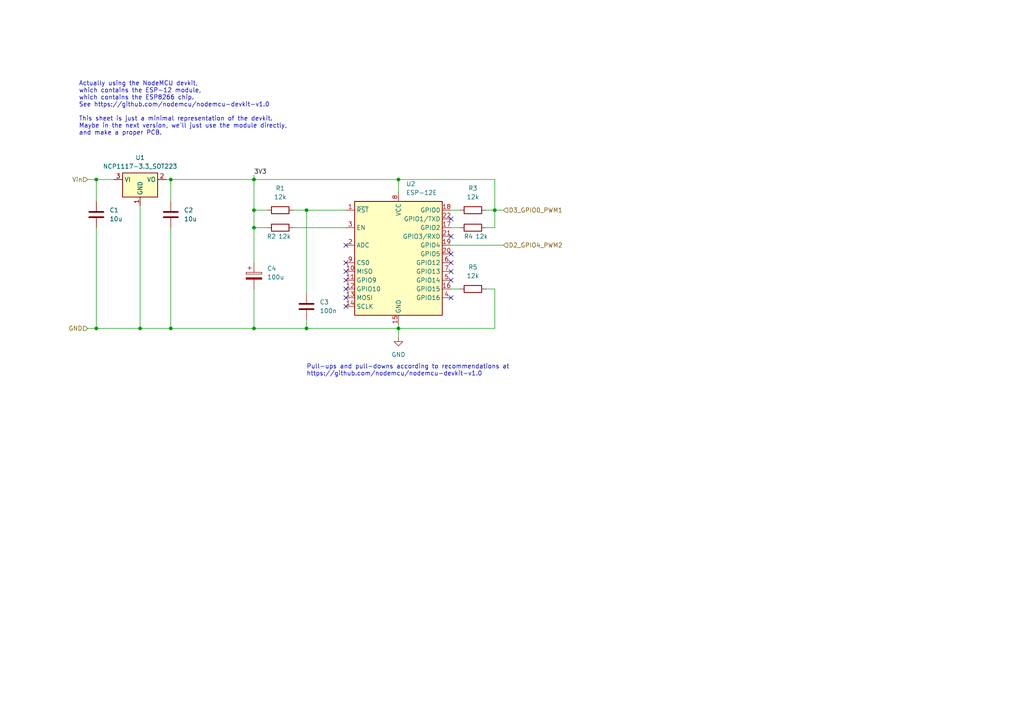
<source format=kicad_sch>
(kicad_sch (version 20230121) (generator eeschema)
  (paper "A4")
  (lib_symbols
    (symbol "Device:C" (pin_numbers hide) (pin_names (offset 0.254))
      (property "Reference" "C" (at 0.635 2.54 0))
      (property "Value" "C" (at 0.635 -2.54 0))
      (symbol "C_0_1"
        (polyline (pts (xy -2.032 -0.762) (xy 2.032 -0.762)) (stroke (width 0.508)))
        (polyline (pts (xy -2.032 0.762) (xy 2.032 0.762)) (stroke (width 0.508)))
      )
      (symbol "C_1_1"
        (pin passive line (at 0 3.81 270) (length 2.794) (name "~") (number "1"))
        (pin passive line (at 0 -3.81 90) (length 2.794) (name "~") (number "2"))
      )
    )
    (symbol "Device:C_Polarized" (pin_numbers hide) (pin_names (offset 0.254))
      (property "Reference" "C" (at 0.635 2.54 0))
      (property "Value" "C_Polarized" (at 0.635 -2.54 0))
      (symbol "C_Polarized_0_1"
        (rectangle (start -2.286 0.508) (end 2.286 1.016))
        (polyline (pts (xy -1.778 2.286) (xy -0.762 2.286)))
        (polyline (pts (xy -1.27 2.794) (xy -1.27 1.778)))
        (rectangle (start 2.286 -0.508) (end -2.286 -1.016) (fill (type outline)))
      )
      (symbol "C_Polarized_1_1"
        (pin passive line (at 0 3.81 270) (length 2.794) (name "~") (number "1"))
        (pin passive line (at 0 -3.81 90) (length 2.794) (name "~") (number "2"))
      )
    )
    (symbol "Device:R" (pin_numbers hide) (pin_names (offset 0))
      (property "Reference" "R" (at 2.032 0 90))
      (property "Value" "R" (at 0 0 90))
      (symbol "R_0_1"
        (rectangle (start -1.016 -2.54) (end 1.016 2.54) (stroke (width 0.254)))
      )
      (symbol "R_1_1"
        (pin passive line (at 0 3.81 270) (length 1.27) (name "~") (number "1"))
        (pin passive line (at 0 -3.81 90) (length 1.27) (name "~") (number "2"))
      )
    )
    (symbol "RF_Module:ESP-12E"
      (property "Reference" "U" (at -12.7 19.05 0))
      (property "Value" "ESP-12E" (at 12.7 19.05 0))
      (symbol "ESP-12E_0_1"
        (rectangle (start -12.7 17.78) (end 12.7 -15.24) (stroke (width 0.254)) (fill (type background)))
      )
      (symbol "ESP-12E_1_1"
        (pin input line (at -15.24 15.24 0) (length 2.54) (name "~{RST}") (number "1"))
        (pin bidirectional line (at -15.24 -2.54 0) (length 2.54) (name "MISO") (number "10"))
        (pin bidirectional line (at -15.24 -5.08 0) (length 2.54) (name "GPIO9") (number "11"))
        (pin bidirectional line (at -15.24 -7.62 0) (length 2.54) (name "GPIO10") (number "12"))
        (pin bidirectional line (at -15.24 -10.16 0) (length 2.54) (name "MOSI") (number "13"))
        (pin bidirectional line (at -15.24 -12.7 0) (length 2.54) (name "SCLK") (number "14"))
        (pin power_in line (at 0 -17.78 90) (length 2.54) (name "GND") (number "15"))
        (pin bidirectional line (at 15.24 -7.62 180) (length 2.54) (name "GPIO15") (number "16"))
        (pin bidirectional line (at 15.24 10.16 180) (length 2.54) (name "GPIO2") (number "17"))
        (pin bidirectional line (at 15.24 15.24 180) (length 2.54) (name "GPIO0") (number "18"))
        (pin bidirectional line (at 15.24 5.08 180) (length 2.54) (name "GPIO4") (number "19"))
        (pin input line (at -15.24 5.08 0) (length 2.54) (name "ADC") (number "2"))
        (pin bidirectional line (at 15.24 2.54 180) (length 2.54) (name "GPIO5") (number "20"))
        (pin bidirectional line (at 15.24 7.62 180) (length 2.54) (name "GPIO3/RXD") (number "21"))
        (pin bidirectional line (at 15.24 12.7 180) (length 2.54) (name "GPIO1/TXD") (number "22"))
        (pin input line (at -15.24 10.16 0) (length 2.54) (name "EN") (number "3"))
        (pin bidirectional line (at 15.24 -10.16 180) (length 2.54) (name "GPIO16") (number "4"))
        (pin bidirectional line (at 15.24 -5.08 180) (length 2.54) (name "GPIO14") (number "5"))
        (pin bidirectional line (at 15.24 0 180) (length 2.54) (name "GPIO12") (number "6"))
        (pin bidirectional line (at 15.24 -2.54 180) (length 2.54) (name "GPIO13") (number "7"))
        (pin power_in line (at 0 20.32 270) (length 2.54) (name "VCC") (number "8"))
        (pin input line (at -15.24 0 0) (length 2.54) (name "CS0") (number "9"))
      )
    )
    (symbol "Regulator_Linear:NCP1117-3.3_SOT223"
      (property "Reference" "U" (at -3.81 3.175 0))
      (property "Value" "NCP1117-3.3_SOT223" (at 0 3.175 0))
      (symbol "NCP1117-3.3_SOT223_0_1"
        (rectangle (start -5.08 -5.08) (end 5.08 1.905) (stroke (width 0.254)) (fill (type background)))
      )
      (symbol "NCP1117-3.3_SOT223_1_1"
        (pin power_in line (at 0 -7.62 90) (length 2.54) (name "GND") (number "1"))
        (pin power_out line (at 7.62 0 180) (length 2.54) (name "VO") (number "2"))
        (pin power_in line (at -7.62 0 0) (length 2.54) (name "VI") (number "3"))
      )
    )
    (symbol "power:GND" (power) (pin_names (offset 0))
      (property "Value" "GND" (at 0 -3.81 0))
      (symbol "GND_0_1"
        (polyline (pts (xy 0 0) (xy 0 -1.27) (xy 1.27 -1.27) (xy 0 -2.54) (xy -1.27 -1.27) (xy 0 -1.27)))
      )
      (symbol "GND_1_1"
        (pin power_in line (at 0 0 270) (length 0) hide (name "GND") (number "1"))
      )
    )
  )
  (junction (at 115.57 95.25))
  (junction (at 73.66 95.25))
  (junction (at 88.9 60.96))
  (junction (at 73.66 66.04))
  (junction (at 40.64 95.25))
  (junction (at 49.53 52.07))
  (junction (at 73.66 60.96))
  (junction (at 115.57 52.07))
  (junction (at 143.51 60.96))
  (junction (at 73.66 52.07))
  (junction (at 49.53 95.25))
  (junction (at 27.94 95.25))
  (junction (at 27.94 52.07))
  (junction (at 88.9 95.25))
  (no_connect (at 130.81 81.28))
  (no_connect (at 100.33 78.74))
  (no_connect (at 130.81 63.5))
  (no_connect (at 100.33 86.36))
  (no_connect (at 100.33 88.9))
  (no_connect (at 130.81 86.36))
  (no_connect (at 130.81 76.2))
  (no_connect (at 100.33 81.28))
  (no_connect (at 130.81 73.66))
  (no_connect (at 130.81 78.74))
  (no_connect (at 130.81 68.58))
  (no_connect (at 100.33 71.12))
  (no_connect (at 100.33 76.2))
  (no_connect (at 100.33 83.82))
  (wire (pts (xy 115.57 52.07) (xy 73.66 52.07)))
  (wire (pts (xy 73.66 50.8) (xy 73.66 52.07)))
  (wire (pts (xy 140.97 66.04) (xy 143.51 66.04)))
  (wire (pts (xy 115.57 95.25) (xy 115.57 97.79)))
  (wire (pts (xy 73.66 95.25) (xy 88.9 95.25)))
  (wire (pts (xy 33.02 52.07) (xy 27.94 52.07)))
  (wire (pts (xy 143.51 52.07) (xy 115.57 52.07)))
  (wire (pts (xy 143.51 60.96) (xy 146.05 60.96)))
  (wire (pts (xy 115.57 52.07) (xy 115.57 55.88)))
  (wire (pts (xy 49.53 52.07) (xy 49.53 58.42)))
  (wire (pts (xy 73.66 83.82) (xy 73.66 95.25)))
  (wire (pts (xy 73.66 60.96) (xy 73.66 52.07)))
  (wire (pts (xy 130.81 71.12) (xy 146.05 71.12)))
  (wire (pts (xy 85.09 60.96) (xy 88.9 60.96)))
  (wire (pts (xy 85.09 66.04) (xy 100.33 66.04)))
  (wire (pts (xy 140.97 83.82) (xy 143.51 83.82)))
  (wire (pts (xy 25.4 52.07) (xy 27.94 52.07)))
  (wire (pts (xy 49.53 52.07) (xy 48.26 52.07)))
  (wire (pts (xy 73.66 76.2) (xy 73.66 66.04)))
  (wire (pts (xy 115.57 93.98) (xy 115.57 95.25)))
  (wire (pts (xy 27.94 52.07) (xy 27.94 58.42)))
  (wire (pts (xy 143.51 52.07) (xy 143.51 60.96)))
  (wire (pts (xy 130.81 60.96) (xy 133.35 60.96)))
  (wire (pts (xy 130.81 66.04) (xy 133.35 66.04)))
  (wire (pts (xy 49.53 95.25) (xy 73.66 95.25)))
  (wire (pts (xy 73.66 60.96) (xy 77.47 60.96)))
  (wire (pts (xy 49.53 52.07) (xy 73.66 52.07)))
  (wire (pts (xy 49.53 95.25) (xy 49.53 66.04)))
  (wire (pts (xy 88.9 60.96) (xy 100.33 60.96)))
  (wire (pts (xy 88.9 92.71) (xy 88.9 95.25)))
  (wire (pts (xy 88.9 60.96) (xy 88.9 85.09)))
  (wire (pts (xy 88.9 95.25) (xy 115.57 95.25)))
  (wire (pts (xy 143.51 60.96) (xy 143.51 66.04)))
  (wire (pts (xy 40.64 95.25) (xy 49.53 95.25)))
  (wire (pts (xy 73.66 60.96) (xy 73.66 66.04)))
  (wire (pts (xy 143.51 95.25) (xy 115.57 95.25)))
  (wire (pts (xy 40.64 59.69) (xy 40.64 95.25)))
  (wire (pts (xy 140.97 60.96) (xy 143.51 60.96)))
  (wire (pts (xy 130.81 83.82) (xy 133.35 83.82)))
  (wire (pts (xy 73.66 66.04) (xy 77.47 66.04)))
  (wire (pts (xy 143.51 83.82) (xy 143.51 95.25)))
  (wire (pts (xy 25.4 95.25) (xy 27.94 95.25)))
  (wire (pts (xy 27.94 95.25) (xy 40.64 95.25)))
  (wire (pts (xy 27.94 95.25) (xy 27.94 66.04)))
  (text "Actually using the NodeMCU devkit,\nwhich contains the ESP-12 module,\nwhich contains the ESP8266 chip.\nSee https://github.com/nodemcu/nodemcu-devkit-v1.0\n\nThis sheet is just a minimal representation of the devkit.\nMaybe in the next version, we'll just use the module directly,\nand make a proper PCB." (at 22.86 39.37 0) (effects (font (size 1.27 1.27)) (justify left bottom)))
  (text "Pull-ups and pull-downs according to recommendations at\nhttps://github.com/nodemcu/nodemcu-devkit-v1.0" (at 88.9 109.22 0) (effects (font (size 1.27 1.27)) (justify left bottom)))
  (label "3V3" (at 73.66 50.8 0))
  (hierarchical_label "GND" (shape input) (at 25.4 95.25 180))
  (hierarchical_label "Vin" (shape input) (at 25.4 52.07 180))
  (hierarchical_label "D2_GPIO4_PWM2" (shape input) (at 146.05 71.12 0))
  (hierarchical_label "D3_GPIO0_PWM1" (shape input) (at 146.05 60.96 0))
  (symbol (lib_id "Device:C") (at 88.9 88.9 180) (unit 1)
    (property "Reference" "C3" (at 92.71 87.63 0) (effects (justify right)))
    (property "Value" "100n" (at 92.71 90.17 0) (effects (justify right)))
  )
  (symbol (lib_id "Device:R") (at 137.16 66.04 90) (unit 1)
    (property "Reference" "R4" (at 135.89 68.58 90))
    (property "Value" "12k" (at 139.7 68.58 90))
  )
  (symbol (lib_id "power:GND") (at 115.57 97.79 0) (unit 1)
    (property "Reference" "#PWR02" (effects hide))
    (property "Value" "GND" (at 115.57 102.87 0))
  )
  (symbol (lib_id "Device:C") (at 49.53 62.23 0) (unit 1)
    (property "Reference" "C2" (at 53.34 60.96 0) (effects (justify left)))
    (property "Value" "10u" (at 53.34 63.5 0) (effects (justify left)))
  )
  (symbol (lib_id "Device:C_Polarized") (at 73.66 80.01 0) (unit 1)
    (property "Reference" "C4" (at 77.47 77.851 0) (effects (justify left)))
    (property "Value" "100u" (at 77.47 80.391 0) (effects (justify left)))
  )
  (symbol (lib_id "Device:R") (at 81.28 60.96 90) (unit 1)
    (property "Reference" "R1" (at 81.28 54.61 90))
    (property "Value" "12k" (at 81.28 57.15 90))
  )
  (symbol (lib_id "Device:C") (at 27.94 62.23 0) (unit 1)
    (property "Reference" "C1" (at 31.75 60.96 0) (effects (justify left)))
    (property "Value" "10u" (at 31.75 63.5 0) (effects (justify left)))
  )
  (symbol (lib_id "Device:R") (at 81.28 66.04 90) (unit 1)
    (property "Reference" "R2" (at 78.74 68.58 90))
    (property "Value" "12k" (at 82.55 68.58 90))
  )
  (symbol (lib_id "RF_Module:ESP-12E") (at 115.57 76.2 0) (unit 1)
    (property "Reference" "U2" (at 117.7641 53.34 0) (effects (justify left)))
    (property "Value" "ESP-12E" (at 117.7641 55.88 0) (effects (justify left)))
    (property "Footprint" "RF_Module:ESP-12E" (effects hide))
    (property "Datasheet" "http://wiki.ai-thinker.com/_media/esp8266/esp8266_series_modules_user_manual_v1.1.pdf" (effects hide))
  )
  (symbol (lib_id "Device:R") (at 137.16 60.96 90) (unit 1)
    (property "Reference" "R3" (at 137.16 54.61 90))
    (property "Value" "12k" (at 137.16 57.15 90))
  )
  (symbol (lib_id "Device:R") (at 137.16 83.82 90) (unit 1)
    (property "Reference" "R5" (at 137.16 77.47 90))
    (property "Value" "12k" (at 137.16 80.01 90))
  )
  (symbol (lib_id "Regulator_Linear:NCP1117-3.3_SOT223") (at 40.64 52.07 0) (unit 1)
    (property "Reference" "U1" (at 40.64 45.72 0))
    (property "Value" "NCP1117-3.3_SOT223" (at 40.64 48.26 0))
    (property "Footprint" "Package_TO_SOT_SMD:SOT-223-3_TabPin2" (effects hide))
    (property "Datasheet" "http://www.onsemi.com/pub_link/Collateral/NCP1117-D.PDF" (effects hide))
  )
)
</source>
